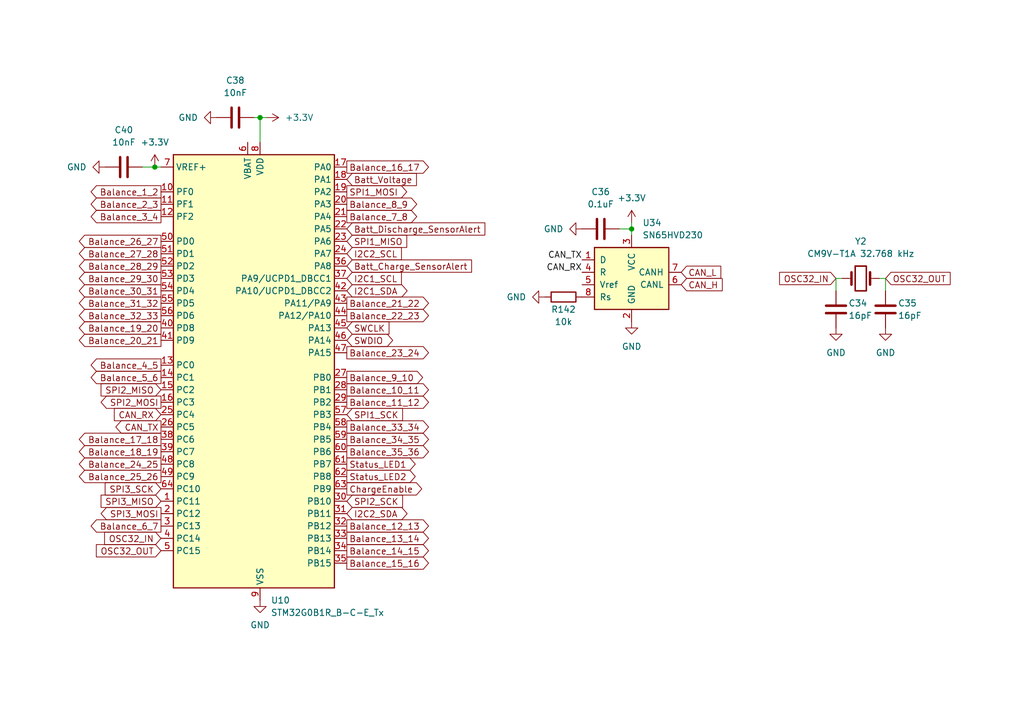
<source format=kicad_sch>
(kicad_sch (version 20230121) (generator eeschema)
  (paper "A5")
  (title_block (title "Logic") (date "2023-08-20") (rev "1") (company "Dynamium") (comment 1 "All about the STM32"))
  (lib_symbols
    (symbol "Device:C" (pin_numbers hide) (pin_names (offset 0.254))
      (property "Reference" "C" (at 0.635 2.54 0))
      (property "Value" "C" (at 0.635 -2.54 0))
      (symbol "C_0_1"
        (polyline (pts (xy -2.032 -0.762) (xy 2.032 -0.762)) (stroke (width 0.508)))
        (polyline (pts (xy -2.032 0.762) (xy 2.032 0.762)) (stroke (width 0.508)))
      )
      (symbol "C_1_1"
        (pin passive line (at 0 3.81 270) (length 2.794) (name "~") (number "1"))
        (pin passive line (at 0 -3.81 90) (length 2.794) (name "~") (number "2"))
      )
    )
    (symbol "Device:Crystal" (pin_numbers hide) (pin_names (offset 1.016) hide)
      (property "Reference" "Y" (at 0 3.81 0))
      (property "Value" "Crystal" (at 0 -3.81 0))
      (symbol "Crystal_0_1"
        (rectangle (start -1.143 2.54) (end 1.143 -2.54) (stroke (width 0.3048)))
        (polyline (pts (xy -2.54 0) (xy -1.905 0)))
        (polyline (pts (xy -1.905 -1.27) (xy -1.905 1.27)) (stroke (width 0.508)))
        (polyline (pts (xy 1.905 -1.27) (xy 1.905 1.27)) (stroke (width 0.508)))
        (polyline (pts (xy 2.54 0) (xy 1.905 0)))
      )
      (symbol "Crystal_1_1"
        (pin passive line (at -3.81 0 0) (length 1.27) (name "1") (number "1"))
        (pin passive line (at 3.81 0 180) (length 1.27) (name "2") (number "2"))
      )
    )
    (symbol "Device:R" (pin_numbers hide) (pin_names (offset 0))
      (property "Reference" "R" (at 2.032 0 90))
      (property "Value" "R" (at 0 0 90))
      (symbol "R_0_1"
        (rectangle (start -1.016 -2.54) (end 1.016 2.54) (stroke (width 0.254)))
      )
      (symbol "R_1_1"
        (pin passive line (at 0 3.81 270) (length 1.27) (name "~") (number "1"))
        (pin passive line (at 0 -3.81 90) (length 1.27) (name "~") (number "2"))
      )
    )
    (symbol "Interface_CAN_LIN:SN65HVD230" (pin_names (offset 1.016))
      (property "Reference" "U" (at -2.54 10.16 0))
      (property "Value" "SN65HVD230" (at -2.54 7.62 0))
      (symbol "SN65HVD230_0_1"
        (rectangle (start -7.62 5.08) (end 7.62 -7.62) (stroke (width 0.254)) (fill (type background)))
      )
      (symbol "SN65HVD230_1_1"
        (pin input line (at -10.16 2.54 0) (length 2.54) (name "D") (number "1"))
        (pin power_in line (at 0 -10.16 90) (length 2.54) (name "GND") (number "2"))
        (pin power_in line (at 0 7.62 270) (length 2.54) (name "VCC") (number "3"))
        (pin output line (at -10.16 0 0) (length 2.54) (name "R") (number "4"))
        (pin output line (at -10.16 -2.54 0) (length 2.54) (name "Vref") (number "5"))
        (pin bidirectional line (at 10.16 -2.54 180) (length 2.54) (name "CANL") (number "6"))
        (pin bidirectional line (at 10.16 0 180) (length 2.54) (name "CANH") (number "7"))
        (pin input line (at -10.16 -5.08 0) (length 2.54) (name "Rs") (number "8"))
      )
    )
    (symbol "MCU_ST_STM32G0:STM32G0B1R_B-C-E_Tx"
      (property "Reference" "U" (at -15.24 46.99 0))
      (property "Value" "STM32G0B1R_B-C-E_Tx" (at 5.08 46.99 0))
      (symbol "STM32G0B1R_B-C-E_Tx_0_1"
        (rectangle (start -15.24 -43.18) (end 17.78 45.72) (stroke (width 0.254)) (fill (type background)))
      )
      (symbol "STM32G0B1R_B-C-E_Tx_1_1"
        (pin bidirectional line (at -17.78 -25.4 0) (length 2.54) (name "PC11") (number "1"))
        (pin bidirectional line (at -17.78 38.1 0) (length 2.54) (name "PF0") (number "10"))
        (pin bidirectional line (at -17.78 35.56 0) (length 2.54) (name "PF1") (number "11"))
        (pin bidirectional line (at -17.78 33.02 0) (length 2.54) (name "PF2") (number "12"))
        (pin bidirectional line (at -17.78 2.54 0) (length 2.54) (name "PC0") (number "13"))
        (pin bidirectional line (at -17.78 0 0) (length 2.54) (name "PC1") (number "14"))
        (pin bidirectional line (at -17.78 -2.54 0) (length 2.54) (name "PC2") (number "15"))
        (pin bidirectional line (at -17.78 -5.08 0) (length 2.54) (name "PC3") (number "16"))
        (pin bidirectional line (at 20.32 43.18 180) (length 2.54) (name "PA0") (number "17"))
        (pin bidirectional line (at 20.32 40.64 180) (length 2.54) (name "PA1") (number "18"))
        (pin bidirectional line (at 20.32 38.1 180) (length 2.54) (name "PA2") (number "19"))
        (pin bidirectional line (at -17.78 -27.94 0) (length 2.54) (name "PC12") (number "2"))
        (pin bidirectional line (at 20.32 35.56 180) (length 2.54) (name "PA3") (number "20"))
        (pin bidirectional line (at 20.32 33.02 180) (length 2.54) (name "PA4") (number "21"))
        (pin bidirectional line (at 20.32 30.48 180) (length 2.54) (name "PA5") (number "22"))
        (pin bidirectional line (at 20.32 27.94 180) (length 2.54) (name "PA6") (number "23"))
        (pin bidirectional line (at 20.32 25.4 180) (length 2.54) (name "PA7") (number "24"))
        (pin bidirectional line (at -17.78 -7.62 0) (length 2.54) (name "PC4") (number "25"))
        (pin bidirectional line (at -17.78 -10.16 0) (length 2.54) (name "PC5") (number "26"))
        (pin bidirectional line (at 20.32 0 180) (length 2.54) (name "PB0") (number "27"))
        (pin bidirectional line (at 20.32 -2.54 180) (length 2.54) (name "PB1") (number "28"))
        (pin bidirectional line (at 20.32 -5.08 180) (length 2.54) (name "PB2") (number "29"))
        (pin bidirectional line (at -17.78 -30.48 0) (length 2.54) (name "PC13") (number "3"))
        (pin bidirectional line (at 20.32 -25.4 180) (length 2.54) (name "PB10") (number "30"))
        (pin bidirectional line (at 20.32 -27.94 180) (length 2.54) (name "PB11") (number "31"))
        (pin bidirectional line (at 20.32 -30.48 180) (length 2.54) (name "PB12") (number "32"))
        (pin bidirectional line (at 20.32 -33.02 180) (length 2.54) (name "PB13") (number "33"))
        (pin bidirectional line (at 20.32 -35.56 180) (length 2.54) (name "PB14") (number "34"))
        (pin bidirectional line (at 20.32 -38.1 180) (length 2.54) (name "PB15") (number "35"))
        (pin bidirectional line (at 20.32 22.86 180) (length 2.54) (name "PA8") (number "36"))
        (pin bidirectional line (at 20.32 20.32 180) (length 2.54) (name "PA9/UCPD1_DBCC1") (number "37"))
        (pin bidirectional line (at -17.78 -12.7 0) (length 2.54) (name "PC6") (number "38"))
        (pin bidirectional line (at -17.78 -15.24 0) (length 2.54) (name "PC7") (number "39"))
        (pin bidirectional line (at -17.78 -33.02 0) (length 2.54) (name "PC14") (number "4"))
        (pin bidirectional line (at -17.78 10.16 0) (length 2.54) (name "PD8") (number "40"))
        (pin bidirectional line (at -17.78 7.62 0) (length 2.54) (name "PD9") (number "41"))
        (pin bidirectional line (at 20.32 17.78 180) (length 2.54) (name "PA10/UCPD1_DBCC2") (number "42"))
        (pin bidirectional line (at 20.32 15.24 180) (length 2.54) (name "PA11/PA9") (number "43"))
        (pin bidirectional line (at 20.32 12.7 180) (length 2.54) (name "PA12/PA10") (number "44"))
        (pin bidirectional line (at 20.32 10.16 180) (length 2.54) (name "PA13") (number "45"))
        (pin bidirectional line (at 20.32 7.62 180) (length 2.54) (name "PA14") (number "46"))
        (pin bidirectional line (at 20.32 5.08 180) (length 2.54) (name "PA15") (number "47"))
        (pin bidirectional line (at -17.78 -17.78 0) (length 2.54) (name "PC8") (number "48"))
        (pin bidirectional line (at -17.78 -20.32 0) (length 2.54) (name "PC9") (number "49"))
        (pin bidirectional line (at -17.78 -35.56 0) (length 2.54) (name "PC15") (number "5"))
        (pin bidirectional line (at -17.78 27.94 0) (length 2.54) (name "PD0") (number "50"))
        (pin bidirectional line (at -17.78 25.4 0) (length 2.54) (name "PD1") (number "51"))
        (pin bidirectional line (at -17.78 22.86 0) (length 2.54) (name "PD2") (number "52"))
        (pin bidirectional line (at -17.78 20.32 0) (length 2.54) (name "PD3") (number "53"))
        (pin bidirectional line (at -17.78 17.78 0) (length 2.54) (name "PD4") (number "54"))
        (pin bidirectional line (at -17.78 15.24 0) (length 2.54) (name "PD5") (number "55"))
        (pin bidirectional line (at -17.78 12.7 0) (length 2.54) (name "PD6") (number "56"))
        (pin bidirectional line (at 20.32 -7.62 180) (length 2.54) (name "PB3") (number "57"))
        (pin bidirectional line (at 20.32 -10.16 180) (length 2.54) (name "PB4") (number "58"))
        (pin bidirectional line (at 20.32 -12.7 180) (length 2.54) (name "PB5") (number "59"))
        (pin power_in line (at 0 48.26 270) (length 2.54) (name "VBAT") (number "6"))
        (pin bidirectional line (at 20.32 -15.24 180) (length 2.54) (name "PB6") (number "60"))
        (pin bidirectional line (at 20.32 -17.78 180) (length 2.54) (name "PB7") (number "61"))
        (pin bidirectional line (at 20.32 -20.32 180) (length 2.54) (name "PB8") (number "62"))
        (pin bidirectional line (at 20.32 -22.86 180) (length 2.54) (name "PB9") (number "63"))
        (pin bidirectional line (at -17.78 -22.86 0) (length 2.54) (name "PC10") (number "64"))
        (pin input line (at -17.78 43.18 0) (length 2.54) (name "VREF+") (number "7"))
        (pin power_in line (at 2.54 48.26 270) (length 2.54) (name "VDD") (number "8"))
        (pin power_in line (at 2.54 -45.72 90) (length 2.54) (name "VSS") (number "9"))
      )
    )
    (symbol "power:+3.3V" (power) (pin_names (offset 0))
      (property "Value" "+3.3V" (at 0 3.556 0))
      (symbol "+3.3V_0_1"
        (polyline (pts (xy -0.762 1.27) (xy 0 2.54)))
        (polyline (pts (xy 0 0) (xy 0 2.54)))
        (polyline (pts (xy 0 2.54) (xy 0.762 1.27)))
      )
      (symbol "+3.3V_1_1"
        (pin power_in line (at 0 0 90) (length 0) hide (name "+3.3V") (number "1"))
      )
    )
    (symbol "power:GND" (power) (pin_names (offset 0))
      (property "Value" "GND" (at 0 -3.81 0))
      (symbol "GND_0_1"
        (polyline (pts (xy 0 0) (xy 0 -1.27) (xy 1.27 -1.27) (xy 0 -2.54) (xy -1.27 -1.27) (xy 0 -1.27)))
      )
      (symbol "GND_1_1"
        (pin power_in line (at 0 0 270) (length 0) hide (name "GND") (number "1"))
      )
    )
  )
  (junction (at 53.34 24.13))
  (junction (at 129.54 46.99))
  (junction (at 31.75 34.29))
  (wire (pts (xy 53.34 24.13) (xy 54.61 24.13)))
  (wire (pts (xy 53.34 24.13) (xy 53.34 29.21)))
  (wire (pts (xy 180.34 57.15) (xy 181.61 57.15)))
  (wire (pts (xy 29.21 34.29) (xy 31.75 34.29)))
  (wire (pts (xy 171.45 59.69) (xy 171.45 57.15)))
  (wire (pts (xy 181.61 59.69) (xy 181.61 57.15)))
  (wire (pts (xy 129.54 46.99) (xy 129.54 48.26)))
  (wire (pts (xy 129.54 45.72) (xy 129.54 46.99)))
  (wire (pts (xy 127 46.99) (xy 129.54 46.99)))
  (wire (pts (xy 52.07 24.13) (xy 53.34 24.13)))
  (wire (pts (xy 31.75 34.29) (xy 33.02 34.29)))
  (wire (pts (xy 171.45 57.15) (xy 172.72 57.15)))
  (label "CAN_RX" (at 119.38 55.88 180))
  (label "CAN_TX" (at 119.38 53.34 180))
  (global_label "SPI3_MISO" (shape input) (at 33.02 102.87 180) (property "Intersheetrefs" "${INTERSHEET_REFS}" (effects hide)))
  (global_label "OSC32_OUT" (shape input) (at 181.61 57.15 0) (property "Intersheetrefs" "${INTERSHEET_REFS}" (effects hide)))
  (global_label "Balance_14_15" (shape output) (at 71.12 113.03 0) (property "Intersheetrefs" "${INTERSHEET_REFS}" (effects hide)))
  (global_label "Balance_16_17" (shape output) (at 71.12 34.29 0) (property "Intersheetrefs" "${INTERSHEET_REFS}" (effects hide)))
  (global_label "Balance_20_21" (shape output) (at 33.02 69.85 180) (property "Intersheetrefs" "${INTERSHEET_REFS}" (effects hide)))
  (global_label "Balance_1_2" (shape output) (at 33.02 39.37 180) (property "Intersheetrefs" "${INTERSHEET_REFS}" (effects hide)))
  (global_label "Balance_15_16" (shape output) (at 71.12 115.57 0) (property "Intersheetrefs" "${INTERSHEET_REFS}" (effects hide)))
  (global_label "SPI1_MOSI" (shape output) (at 71.12 39.37 0) (property "Intersheetrefs" "${INTERSHEET_REFS}" (effects hide)))
  (global_label "Balance_2_3" (shape output) (at 33.02 41.91 180) (property "Intersheetrefs" "${INTERSHEET_REFS}" (effects hide)))
  (global_label "Balance_24_25" (shape output) (at 33.02 95.25 180) (property "Intersheetrefs" "${INTERSHEET_REFS}" (effects hide)))
  (global_label "Balance_31_32" (shape output) (at 33.02 62.23 180) (property "Intersheetrefs" "${INTERSHEET_REFS}" (effects hide)))
  (global_label "Balance_10_11" (shape output) (at 71.12 80.01 0) (property "Intersheetrefs" "${INTERSHEET_REFS}" (effects hide)))
  (global_label "Balance_35_36" (shape output) (at 71.12 92.71 0) (property "Intersheetrefs" "${INTERSHEET_REFS}" (effects hide)))
  (global_label "SPI1_SCK" (shape input) (at 71.12 85.09 0) (property "Intersheetrefs" "${INTERSHEET_REFS}" (effects hide)))
  (global_label "Batt_Discharge_SensorAlert" (shape input) (at 71.12 46.99 0) (property "Intersheetrefs" "${INTERSHEET_REFS}" (effects hide)))
  (global_label "Balance_11_12" (shape output) (at 71.12 82.55 0) (property "Intersheetrefs" "${INTERSHEET_REFS}" (effects hide)))
  (global_label "Balance_3_4" (shape output) (at 33.02 44.45 180) (property "Intersheetrefs" "${INTERSHEET_REFS}" (effects hide)))
  (global_label "CAN_H" (shape input) (at 139.7 58.42 0) (property "Intersheetrefs" "${INTERSHEET_REFS}" (effects hide)))
  (global_label "Balance_13_14" (shape output) (at 71.12 110.49 0) (property "Intersheetrefs" "${INTERSHEET_REFS}" (effects hide)))
  (global_label "CAN_RX" (shape input) (at 33.02 85.09 180) (property "Intersheetrefs" "${INTERSHEET_REFS}" (effects hide)))
  (global_label "SPI1_MISO" (shape input) (at 71.12 49.53 0) (property "Intersheetrefs" "${INTERSHEET_REFS}" (effects hide)))
  (global_label "SPI2_MISO" (shape input) (at 33.02 80.01 180) (property "Intersheetrefs" "${INTERSHEET_REFS}" (effects hide)))
  (global_label "Balance_18_19" (shape output) (at 33.02 92.71 180) (property "Intersheetrefs" "${INTERSHEET_REFS}" (effects hide)))
  (global_label "Status_LED2" (shape output) (at 71.12 97.79 0) (property "Intersheetrefs" "${INTERSHEET_REFS}" (effects hide)))
  (global_label "Batt_Charge_SensorAlert" (shape input) (at 71.12 54.61 0) (property "Intersheetrefs" "${INTERSHEET_REFS}" (effects hide)))
  (global_label "Balance_27_28" (shape output) (at 33.02 52.07 180) (property "Intersheetrefs" "${INTERSHEET_REFS}" (effects hide)))
  (global_label "SWDIO" (shape bidirectional) (at 71.12 69.85 0) (property "Intersheetrefs" "${INTERSHEET_REFS}" (effects hide)))
  (global_label "SPI2_MOSI" (shape output) (at 33.02 82.55 180) (property "Intersheetrefs" "${INTERSHEET_REFS}" (effects hide)))
  (global_label "Balance_9_10" (shape output) (at 71.12 77.47 0) (property "Intersheetrefs" "${INTERSHEET_REFS}" (effects hide)))
  (global_label "CAN_L" (shape input) (at 139.7 55.88 0) (property "Intersheetrefs" "${INTERSHEET_REFS}" (effects hide)))
  (global_label "Batt_Voltage" (shape input) (at 71.12 36.83 0) (property "Intersheetrefs" "${INTERSHEET_REFS}" (effects hide)))
  (global_label "Balance_33_34" (shape output) (at 71.12 87.63 0) (property "Intersheetrefs" "${INTERSHEET_REFS}" (effects hide)))
  (global_label "Balance_12_13" (shape output) (at 71.12 107.95 0) (property "Intersheetrefs" "${INTERSHEET_REFS}" (effects hide)))
  (global_label "SPI3_SCK" (shape input) (at 33.02 100.33 180) (property "Intersheetrefs" "${INTERSHEET_REFS}" (effects hide)))
  (global_label "OSC32_OUT" (shape input) (at 33.02 113.03 180) (property "Intersheetrefs" "${INTERSHEET_REFS}" (effects hide)))
  (global_label "Balance_34_35" (shape output) (at 71.12 90.17 0) (property "Intersheetrefs" "${INTERSHEET_REFS}" (effects hide)))
  (global_label "Balance_21_22" (shape output) (at 71.12 62.23 0) (property "Intersheetrefs" "${INTERSHEET_REFS}" (effects hide)))
  (global_label "Balance_4_5" (shape output) (at 33.02 74.93 180) (property "Intersheetrefs" "${INTERSHEET_REFS}" (effects hide)))
  (global_label "Balance_23_24" (shape output) (at 71.12 72.39 0) (property "Intersheetrefs" "${INTERSHEET_REFS}" (effects hide)))
  (global_label "Balance_5_6" (shape output) (at 33.02 77.47 180) (property "Intersheetrefs" "${INTERSHEET_REFS}" (effects hide)))
  (global_label "Balance_6_7" (shape output) (at 33.02 107.95 180) (property "Intersheetrefs" "${INTERSHEET_REFS}" (effects hide)))
  (global_label "Balance_26_27" (shape output) (at 33.02 49.53 180) (property "Intersheetrefs" "${INTERSHEET_REFS}" (effects hide)))
  (global_label "Balance_32_33" (shape output) (at 33.02 64.77 180) (property "Intersheetrefs" "${INTERSHEET_REFS}" (effects hide)))
  (global_label "I2C2_SDA" (shape bidirectional) (at 71.12 105.41 0) (property "Intersheetrefs" "${INTERSHEET_REFS}" (effects hide)))
  (global_label "ChargeEnable" (shape output) (at 71.12 100.33 0) (property "Intersheetrefs" "${INTERSHEET_REFS}" (effects hide)))
  (global_label "I2C2_SCL" (shape input) (at 71.12 52.07 0) (property "Intersheetrefs" "${INTERSHEET_REFS}" (effects hide)))
  (global_label "I2C1_SDA" (shape bidirectional) (at 71.12 59.69 0) (property "Intersheetrefs" "${INTERSHEET_REFS}" (effects hide)))
  (global_label "Balance_8_9" (shape output) (at 71.12 41.91 0) (property "Intersheetrefs" "${INTERSHEET_REFS}" (effects hide)))
  (global_label "OSC32_IN" (shape input) (at 171.45 57.15 180) (property "Intersheetrefs" "${INTERSHEET_REFS}" (effects hide)))
  (global_label "I2C1_SCL" (shape input) (at 71.12 57.15 0) (property "Intersheetrefs" "${INTERSHEET_REFS}" (effects hide)))
  (global_label "SPI3_MOSI" (shape output) (at 33.02 105.41 180) (property "Intersheetrefs" "${INTERSHEET_REFS}" (effects hide)))
  (global_label "Balance_7_8" (shape output) (at 71.12 44.45 0) (property "Intersheetrefs" "${INTERSHEET_REFS}" (effects hide)))
  (global_label "SWCLK" (shape input) (at 71.12 67.31 0) (property "Intersheetrefs" "${INTERSHEET_REFS}" (effects hide)))
  (global_label "Balance_17_18" (shape output) (at 33.02 90.17 180) (property "Intersheetrefs" "${INTERSHEET_REFS}" (effects hide)))
  (global_label "Balance_25_26" (shape output) (at 33.02 97.79 180) (property "Intersheetrefs" "${INTERSHEET_REFS}" (effects hide)))
  (global_label "Balance_28_29" (shape output) (at 33.02 54.61 180) (property "Intersheetrefs" "${INTERSHEET_REFS}" (effects hide)))
  (global_label "Balance_19_20" (shape output) (at 33.02 67.31 180) (property "Intersheetrefs" "${INTERSHEET_REFS}" (effects hide)))
  (global_label "Balance_22_23" (shape output) (at 71.12 64.77 0) (property "Intersheetrefs" "${INTERSHEET_REFS}" (effects hide)))
  (global_label "Balance_30_31" (shape output) (at 33.02 59.69 180) (property "Intersheetrefs" "${INTERSHEET_REFS}" (effects hide)))
  (global_label "Status_LED1" (shape output) (at 71.12 95.25 0) (property "Intersheetrefs" "${INTERSHEET_REFS}" (effects hide)))
  (global_label "Balance_29_30" (shape output) (at 33.02 57.15 180) (property "Intersheetrefs" "${INTERSHEET_REFS}" (effects hide)))
  (global_label "SPI2_SCK" (shape input) (at 71.12 102.87 0) (property "Intersheetrefs" "${INTERSHEET_REFS}" (effects hide)))
  (global_label "OSC32_IN" (shape input) (at 33.02 110.49 180) (property "Intersheetrefs" "${INTERSHEET_REFS}" (effects hide)))
  (global_label "CAN_TX" (shape output) (at 33.02 87.63 180) (property "Intersheetrefs" "${INTERSHEET_REFS}" (effects hide)))
  (symbol (lib_id "Interface_CAN_LIN:SN65HVD230") (at 129.54 55.88 0) (unit 1)
    (property "Reference" "U34" (at 131.7341 45.72 0) (effects (justify left)))
    (property "Value" "SN65HVD230" (at 131.7341 48.26 0) (effects (justify left)))
    (property "Footprint" "Package_SO:SOIC-8_3.9x4.9mm_P1.27mm" (effects hide))
    (property "Datasheet" "http://www.ti.com/lit/ds/symlink/sn65hvd230.pdf" (effects hide))
    (instances (project "SmartBMS" (path "" (reference "U34") (unit 1)) (path "" (reference "U2") (unit 1))))
  )
  (symbol (lib_id "Device:R") (at 115.57 60.96 90) (unit 1)
    (property "Reference" "R142" (at 115.57 63.5 90))
    (property "Value" "10k" (at 115.57 66.04 90))
    (instances (project "SmartBMS" (path "" (reference "R142") (unit 1)) (path "" (reference "R1") (unit 1))))
  )
  (symbol (lib_id "Device:C") (at 25.4 34.29 270) (unit 1)
    (property "Reference" "C40" (at 25.4 26.67 90))
    (property "Value" "10nF" (at 25.4 29.21 90))
    (instances (project "SmartBMS" (path "" (reference "C40") (unit 1)) (path "" (reference "C13") (unit 1))))
  )
  (symbol (lib_id "power:GND") (at 111.76 60.96 270) (unit 1)
    (property "Reference" "#PWR093" (effects hide))
    (property "Value" "GND" (at 107.95 60.96 90) (effects (justify right)))
    (instances (project "SmartBMS" (path "" (reference "#PWR093") (unit 1)) (path "" (reference "#PWR05") (unit 1))))
  )
  (symbol (lib_id "power:GND") (at 171.45 67.31 0) (unit 1)
    (property "Reference" "#PWR094" (effects hide))
    (property "Value" "GND" (at 171.45 72.39 0))
    (instances (project "SmartBMS" (path "" (reference "#PWR094") (unit 1)) (path "" (reference "#PWR06") (unit 1))))
  )
  (symbol (lib_id "MCU_ST_STM32G0:STM32G0B1R_B-C-E_Tx") (at 50.8 77.47 0) (unit 1)
    (property "Reference" "U10" (at 55.5341 123.19 0) (effects (justify left)))
    (property "Value" "STM32G0B1R_B-C-E_Tx" (at 55.5341 125.73 0) (effects (justify left)))
    (property "Footprint" "Package_QFP:LQFP-64_10x10mm_P0.5mm" (effects hide))
    (property "Datasheet" "https://www.st.com/resource/en/datasheet/stm32g0b1rb.pdf" (effects hide))
  )
  (symbol (lib_id "Device:C") (at 48.26 24.13 270) (unit 1)
    (property "Reference" "C38" (at 48.26 16.51 90))
    (property "Value" "10nF" (at 48.26 19.05 90))
    (instances (project "SmartBMS" (path "" (reference "C38") (unit 1)) (path "" (reference "C14") (unit 1))))
  )
  (symbol (lib_id "power:GND") (at 21.59 34.29 270) (unit 1)
    (property "Reference" "#PWR0140" (effects hide))
    (property "Value" "GND" (at 17.78 34.29 90) (effects (justify right)))
    (instances (project "SmartBMS" (path "" (reference "#PWR0140") (unit 1)) (path "" (reference "#PWR02") (unit 1))))
  )
  (symbol (lib_id "power:GND") (at 53.34 123.19 0) (unit 1)
    (property "Reference" "#PWR029" (effects hide))
    (property "Value" "GND" (at 53.34 128.27 0))
  )
  (symbol (lib_id "power:GND") (at 129.54 66.04 0) (unit 1)
    (property "Reference" "#PWR0100" (effects hide))
    (property "Value" "GND" (at 129.54 71.12 0))
    (instances (project "SmartBMS" (path "" (reference "#PWR0100") (unit 1)) (path "" (reference "#PWR03") (unit 1))))
  )
  (symbol (lib_id "power:GND") (at 119.38 46.99 270) (unit 1)
    (property "Reference" "#PWR097" (effects hide))
    (property "Value" "GND" (at 115.57 46.99 90) (effects (justify right)))
    (instances (project "SmartBMS" (path "" (reference "#PWR097") (unit 1)) (path "" (reference "#PWR055") (unit 1))))
  )
  (symbol (lib_id "power:GND") (at 181.61 67.31 0) (unit 1)
    (property "Reference" "#PWR098" (effects hide))
    (property "Value" "GND" (at 181.61 72.39 0))
    (instances (project "SmartBMS" (path "" (reference "#PWR098") (unit 1)) (path "" (reference "#PWR07") (unit 1))))
  )
  (symbol (lib_id "Device:C") (at 123.19 46.99 90) (unit 1)
    (property "Reference" "C36" (at 123.19 39.37 90))
    (property "Value" "0.1uF" (at 123.19 41.91 90))
    (instances (project "SmartBMS" (path "" (reference "C36") (unit 1)) (path "" (reference "C21") (unit 1))))
  )
  (symbol (lib_id "power:+3.3V") (at 129.54 45.72 0) (unit 1)
    (property "Reference" "#PWR099" (effects hide))
    (property "Value" "+3.3V" (at 129.54 40.64 0))
    (instances (project "SmartBMS" (path "" (reference "#PWR099") (unit 1)) (path "" (reference "#PWR04") (unit 1))))
  )
  (symbol (lib_id "Device:C") (at 171.45 63.5 0) (unit 1)
    (property "Reference" "C34" (at 173.99 62.23 0) (effects (justify left)))
    (property "Value" "16pF" (at 173.99 64.77 0) (effects (justify left)))
    (instances (project "SmartBMS" (path "" (reference "C34") (unit 1)) (path "" (reference "C1") (unit 1))))
  )
  (symbol (lib_id "Device:C") (at 181.61 63.5 0) (unit 1)
    (property "Reference" "C35" (at 184.15 62.23 0) (effects (justify left)))
    (property "Value" "16pF" (at 184.15 64.77 0) (effects (justify left)))
    (instances (project "SmartBMS" (path "" (reference "C35") (unit 1)) (path "" (reference "C2") (unit 1))))
  )
  (symbol (lib_id "power:GND") (at 44.45 24.13 270) (unit 1)
    (property "Reference" "#PWR0137" (effects hide))
    (property "Value" "GND" (at 40.64 24.13 90) (effects (justify right)))
    (instances (project "SmartBMS" (path "" (reference "#PWR0137") (unit 1)) (path "" (reference "#PWR01") (unit 1))))
  )
  (symbol (lib_id "power:+3.3V") (at 31.75 34.29 0) (unit 1)
    (property "Reference" "#PWR0141" (effects hide))
    (property "Value" "+3.3V" (at 31.75 29.21 0))
    (instances (project "SmartBMS" (path "" (reference "#PWR0141") (unit 1)) (path "" (reference "#PWR024") (unit 1))))
  )
  (symbol (lib_id "power:+3.3V") (at 54.61 24.13 270) (unit 1)
    (property "Reference" "#PWR0136" (effects hide))
    (property "Value" "+3.3V" (at 58.42 24.13 90) (effects (justify left)))
    (instances (project "SmartBMS" (path "" (reference "#PWR0136") (unit 1)) (path "" (reference "#PWR025") (unit 1))))
  )
  (symbol (lib_id "Device:Crystal") (at 176.53 57.15 0) (unit 1)
    (property "Reference" "Y2" (at 176.53 49.53 0))
    (property "Value" "CM9V-T1A 32.768 kHz" (at 176.53 52.07 0))
    (instances (project "SmartBMS" (path "" (reference "Y2") (unit 1)) (path "" (reference "Y1") (unit 1))))
  )
)
</source>
